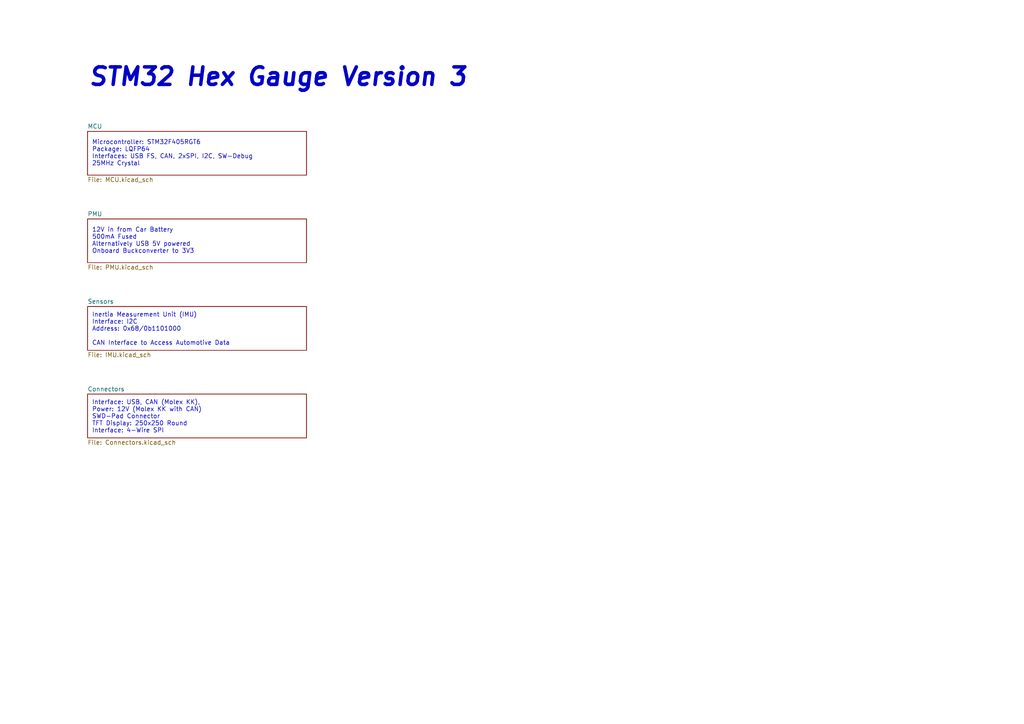
<source format=kicad_sch>
(kicad_sch (version 20230121) (generator eeschema)
  (paper "A4")
  (title_block (title "STM32 Hex Gauge") (date "2023-08-02") (rev "R0") (company "s-grundner") (comment 1 "Multipurpose Automotive Gauge"))
  (lib_symbols)
  (text "Interface: USB, CAN (Molex KK), \nPower: 12V (Molex KK with CAN)\nSWD-Pad Connector\nTFT Display: 250x250 Round\nInterface: 4-Wire SPI" (at 26.67 125.73 0) (effects (font (size 1.27 1.27)) (justify left bottom)))
  (text "STM32 Hex Gauge Version 3" (at 25.4 25.4 0) (effects (font (size 5.08 5.08) (thickness 1.016) bold italic) (justify left bottom)))
  (text "12V in from Car Battery\n500mA Fused\nAlternatively USB 5V powered\nOnboard Buckconverter to 3V3" (at 26.67 73.66 0) (effects (font (size 1.27 1.27)) (justify left bottom)))
  (text "Microcontroller: STM32F405RGT6\nPackage: LQFP64\nInterfaces: USB FS, CAN, 2xSPI, I2C, SW-Debug\n25MHz Crystal\n" (at 26.67 48.26 0) (effects (font (size 1.27 1.27)) (justify left bottom)))
  (text "Inertia Measurement Unit (IMU)\nInterface: I2C\nAddress: 0x68/0b1101000\n\nCAN Interface to Access Automotive Data" (at 26.67 100.33 0) (effects (font (size 1.27 1.27)) (justify left bottom)))
  (sheet (at 25.4 63.5) (size 63.5 12.7) (stroke (width 0.1524))
    (property "Sheetname" "PMU" (at 25.4 62.7884 0) (effects (justify left bottom)))
    (property "Sheetfile" "PMU.kicad_sch" (at 25.4 76.7846 0) (effects (justify left top)))
  )
  (sheet (at 25.4 88.9) (size 63.5 12.7) (stroke (width 0.1524))
    (property "Sheetname" "Sensors" (at 25.4 88.1884 0) (effects (justify left bottom)))
    (property "Sheetfile" "IMU.kicad_sch" (at 25.4 102.1846 0) (effects (justify left top)))
  )
  (sheet (at 25.4 114.3) (size 63.5 12.7) (stroke (width 0.1524))
    (property "Sheetname" "Connectors" (at 25.4 113.5884 0) (effects (justify left bottom)))
    (property "Sheetfile" "Connectors.kicad_sch" (at 25.4 127.5846 0) (effects (justify left top)))
  )
  (sheet (at 25.4 38.1) (size 63.5 12.7) (stroke (width 0.1524))
    (property "Sheetname" "MCU" (at 25.4 37.3884 0) (effects (justify left bottom)))
    (property "Sheetfile" "MCU.kicad_sch" (at 25.4 51.3846 0) (effects (justify left top)))
  )
)
</source>
